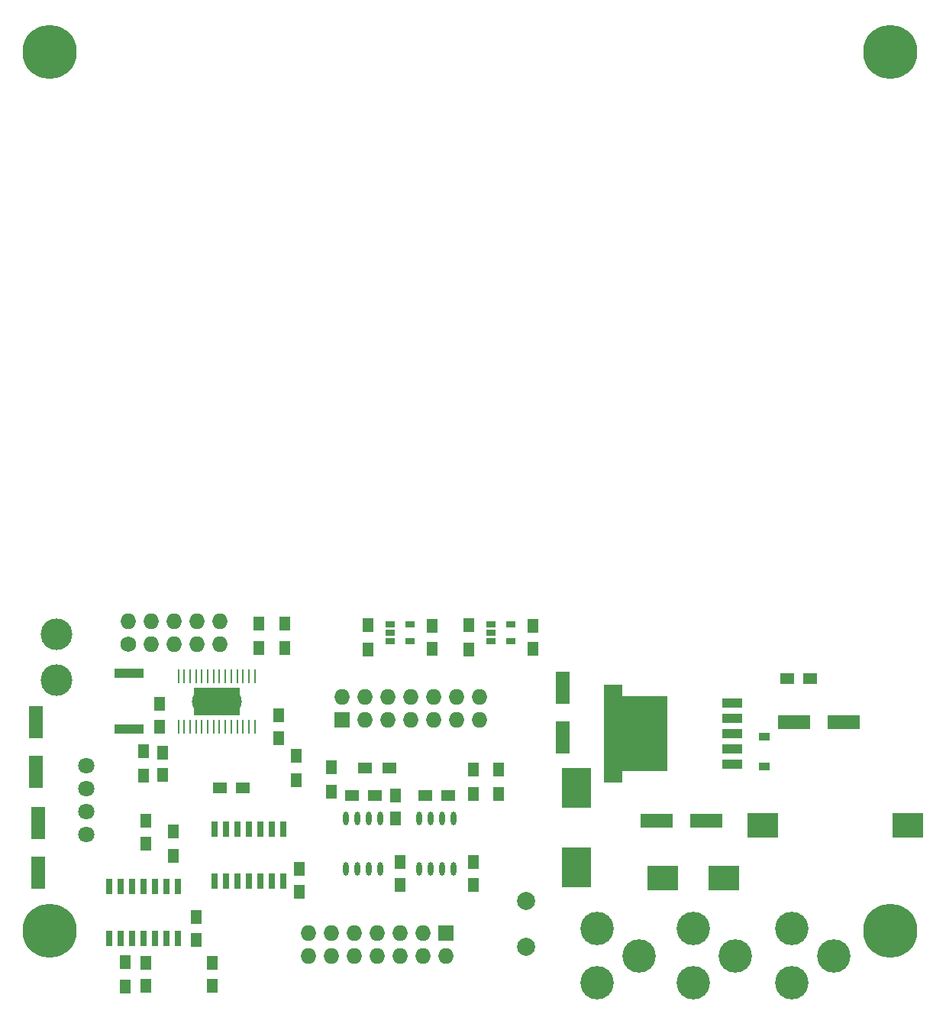
<source format=gbr>
%TF.GenerationSoftware,KiCad,Pcbnew,4.0.0-rc1-stable*%
%TF.CreationDate,2016-07-15T11:51:33+02:00*%
%TF.JobID,MOTOR_DRIVER,4D4F544F525F4452495645522E6B6963,rev?*%
%TF.FileFunction,Soldermask,Top*%
%FSLAX46Y46*%
G04 Gerber Fmt 4.6, Leading zero omitted, Abs format (unit mm)*
G04 Created by KiCad (PCBNEW 4.0.0-rc1-stable) date 15.7.2016 11:51:33*
%MOMM*%
G01*
G04 APERTURE LIST*
%ADD10C,0.100000*%
%ADD11R,3.599180X1.600200*%
%ADD12R,1.600200X3.599180*%
%ADD13C,2.000000*%
%ADD14R,3.500000X2.700000*%
%ADD15R,0.250000X1.550000*%
%ADD16R,5.180000X3.100000*%
%ADD17R,6.990000X8.330000*%
%ADD18R,2.000000X10.800000*%
%ADD19R,2.160000X1.070000*%
%ADD20O,0.609600X1.473200*%
%ADD21R,0.635000X1.700000*%
%ADD22C,6.000000*%
%ADD23C,2.500000*%
%ADD24C,3.500000*%
%ADD25R,1.727200X1.727200*%
%ADD26O,1.727200X1.727200*%
%ADD27R,1.250000X1.500000*%
%ADD28R,1.500000X1.250000*%
%ADD29R,3.500120X2.700020*%
%ADD30R,3.299460X4.500880*%
%ADD31R,3.299460X4.498340*%
%ADD32R,1.220000X0.910000*%
%ADD33R,1.300000X1.500000*%
%ADD34R,1.500000X1.300000*%
%ADD35C,1.727200*%
%ADD36R,3.200000X1.000000*%
%ADD37R,1.060000X0.650000*%
%ADD38C,3.700000*%
%ADD39C,1.800000*%
G04 APERTURE END LIST*
D10*
D11*
X151594820Y-141478000D03*
X146093180Y-141478000D03*
X166834820Y-130556000D03*
X161333180Y-130556000D03*
D12*
X77216000Y-136100820D03*
X77216000Y-130599180D03*
X77470000Y-147276820D03*
X77470000Y-141775180D03*
D13*
X131572000Y-155458000D03*
X131572000Y-150358000D03*
D14*
X157812000Y-141986000D03*
X173912000Y-141986000D03*
D15*
X93681600Y-131095400D03*
X94331600Y-131095400D03*
X94981600Y-131095400D03*
X95631600Y-131095400D03*
X96281600Y-131095400D03*
X96931600Y-131095400D03*
X97581600Y-131095400D03*
X98231600Y-131095400D03*
X98881600Y-131095400D03*
X99531600Y-131095400D03*
X100181600Y-131095400D03*
X100831600Y-131095400D03*
X101481600Y-131095400D03*
X101481600Y-125495400D03*
X100831600Y-125495400D03*
X100181600Y-125495400D03*
X99531600Y-125495400D03*
X98881600Y-125495400D03*
X98231600Y-125495400D03*
X97581600Y-125495400D03*
X96931600Y-125495400D03*
X96281600Y-125495400D03*
X95631600Y-125495400D03*
X94981600Y-125495400D03*
X94331600Y-125495400D03*
X93681600Y-125495400D03*
X93031600Y-125495400D03*
X93031600Y-131095400D03*
D16*
X97256600Y-128295400D03*
D17*
X143730000Y-131826000D03*
D18*
X141190000Y-131826000D03*
D19*
X154405000Y-128426000D03*
X154405000Y-130126000D03*
X154405000Y-131826000D03*
X154405000Y-133526000D03*
X154405000Y-135226000D03*
D20*
X111633000Y-146812000D03*
X112903000Y-146812000D03*
X114173000Y-146812000D03*
X115443000Y-146812000D03*
X115443000Y-141224000D03*
X114173000Y-141224000D03*
X112903000Y-141224000D03*
X111633000Y-141224000D03*
X123571000Y-141224000D03*
X122301000Y-141224000D03*
X121031000Y-141224000D03*
X119761000Y-141224000D03*
X119761000Y-146812000D03*
X121031000Y-146812000D03*
X122301000Y-146812000D03*
X123571000Y-146812000D03*
D21*
X92964000Y-148751000D03*
X91694000Y-148751000D03*
X90424000Y-148751000D03*
X89154000Y-148751000D03*
X87884000Y-148751000D03*
X86614000Y-148751000D03*
X85344000Y-148751000D03*
X85344000Y-154525000D03*
X86614000Y-154525000D03*
X87884000Y-154525000D03*
X89154000Y-154525000D03*
X90424000Y-154525000D03*
X91694000Y-154525000D03*
X92964000Y-154525000D03*
X104648000Y-142401000D03*
X103378000Y-142401000D03*
X102108000Y-142401000D03*
X100838000Y-142401000D03*
X99568000Y-142401000D03*
X98298000Y-142401000D03*
X97028000Y-142401000D03*
X97028000Y-148175000D03*
X98298000Y-148175000D03*
X99568000Y-148175000D03*
X100838000Y-148175000D03*
X102108000Y-148175000D03*
X103378000Y-148175000D03*
X104648000Y-148175000D03*
D22*
X78740000Y-153680000D03*
X171940000Y-153680000D03*
X171940000Y-56280000D03*
X78740000Y-56280000D03*
D23*
X95732600Y-128295400D03*
X98780600Y-128295400D03*
D24*
X79527400Y-120853200D03*
X79527400Y-125933200D03*
D25*
X111201200Y-130302000D03*
D26*
X111201200Y-127762000D03*
X113741200Y-130302000D03*
X113741200Y-127762000D03*
X116281200Y-130302000D03*
X116281200Y-127762000D03*
X118821200Y-130302000D03*
X118821200Y-127762000D03*
X121361200Y-130302000D03*
X121361200Y-127762000D03*
X123901200Y-130302000D03*
X123901200Y-127762000D03*
X126441200Y-130302000D03*
X126441200Y-127762000D03*
D27*
X90906600Y-131069400D03*
X90906600Y-128569400D03*
X91262200Y-133954200D03*
X91262200Y-136454200D03*
X117602000Y-146070000D03*
X117602000Y-148570000D03*
D28*
X112288000Y-138684000D03*
X114788000Y-138684000D03*
D27*
X125730000Y-148570000D03*
X125730000Y-146070000D03*
D28*
X120416000Y-138684000D03*
X122916000Y-138684000D03*
D27*
X89408000Y-157246000D03*
X89408000Y-159746000D03*
X96774000Y-157246000D03*
X96774000Y-159746000D03*
X94996000Y-154666000D03*
X94996000Y-152166000D03*
X106426000Y-149332000D03*
X106426000Y-146832000D03*
D28*
X100157600Y-137820400D03*
X97657600Y-137820400D03*
D12*
X135636000Y-132290820D03*
X135636000Y-126789180D03*
D27*
X117094000Y-138704000D03*
X117094000Y-141204000D03*
D28*
X163048000Y-125730000D03*
X160548000Y-125730000D03*
D27*
X89408000Y-143998000D03*
X89408000Y-141498000D03*
D29*
X153515060Y-147828000D03*
X146712940Y-147828000D03*
D30*
X137160000Y-137840720D03*
D31*
X137160000Y-146639280D03*
D32*
X157988000Y-135493000D03*
X157988000Y-132223000D03*
D33*
X89128600Y-133803400D03*
X89128600Y-136503400D03*
X92456000Y-142668000D03*
X92456000Y-145368000D03*
X87122000Y-157146000D03*
X87122000Y-159846000D03*
X109982000Y-138256000D03*
X109982000Y-135556000D03*
X106070400Y-137036800D03*
X106070400Y-134336800D03*
D34*
X113712000Y-135636000D03*
X116412000Y-135636000D03*
D33*
X125730000Y-138510000D03*
X125730000Y-135810000D03*
X128524000Y-138510000D03*
X128524000Y-135810000D03*
D27*
X104114600Y-129839400D03*
X104114600Y-132339400D03*
D35*
X87426800Y-121970800D03*
D26*
X87426800Y-119430800D03*
X89966800Y-121970800D03*
X89966800Y-119430800D03*
X92506800Y-121970800D03*
X92506800Y-119430800D03*
X95046800Y-121970800D03*
X95046800Y-119430800D03*
X97586800Y-121970800D03*
X97586800Y-119430800D03*
D33*
X104825800Y-119681000D03*
X104825800Y-122381000D03*
X101930200Y-119681000D03*
X101930200Y-122381000D03*
D36*
X87553800Y-131319200D03*
X87553800Y-125119200D03*
D37*
X116502000Y-119700000D03*
X116502000Y-120650000D03*
X116502000Y-121600000D03*
X118702000Y-121600000D03*
X118702000Y-119700000D03*
X127678000Y-119700000D03*
X127678000Y-120650000D03*
X127678000Y-121600000D03*
X129878000Y-121600000D03*
X129878000Y-119700000D03*
D38*
X144146000Y-156464000D03*
X139446000Y-153464000D03*
X139446000Y-159464000D03*
X154814000Y-156464000D03*
X150114000Y-153464000D03*
X150114000Y-159464000D03*
X165736000Y-156464000D03*
X161036000Y-153464000D03*
X161036000Y-159464000D03*
D25*
X122682000Y-153924000D03*
D26*
X122682000Y-156464000D03*
X120142000Y-153924000D03*
X120142000Y-156464000D03*
X117602000Y-153924000D03*
X117602000Y-156464000D03*
X115062000Y-153924000D03*
X115062000Y-156464000D03*
X112522000Y-153924000D03*
X112522000Y-156464000D03*
X109982000Y-153924000D03*
X109982000Y-156464000D03*
X107442000Y-153924000D03*
X107442000Y-156464000D03*
D27*
X132334000Y-119908000D03*
X132334000Y-122408000D03*
X121158000Y-119908000D03*
X121158000Y-122408000D03*
D33*
X114046000Y-119808000D03*
X114046000Y-122508000D03*
X125222000Y-119808000D03*
X125222000Y-122508000D03*
D39*
X82804000Y-143022000D03*
X82804000Y-140462000D03*
X82804000Y-137922000D03*
X82804000Y-135362000D03*
M02*

</source>
